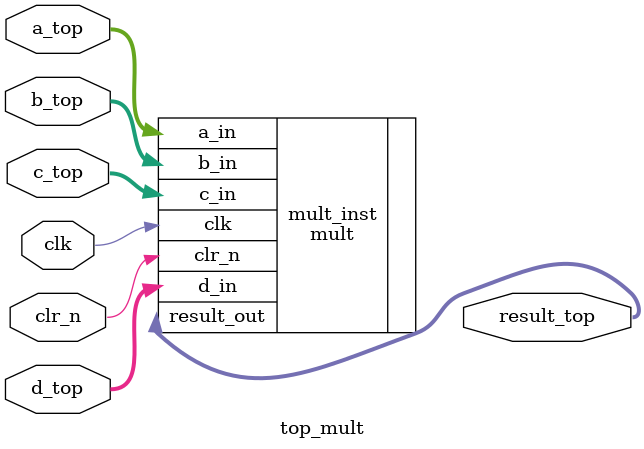
<source format=v>
/*******************************************************************************
* Copyright (C) 2018-2022 Intel Corporation
*
* This code and the related documents are Intel copyrighted materials, and 
* your use of them is governed by the express license under which they were 
* provided to you ("License"). Unless the License provides otherwise, you may 
* not use, modify, copy, publish, distribute, disclose or transmit this 
* code or the related documents without Intel's prior written permission.
*
* This code and the related documents are provided as is, with no express 
* or implied warranties, other than those that are expressly stated in the 
* License.
*
*******************************************************************************/

module top_mult (
	input [11:0] a_top, b_top, c_top, d_top,
	input clk, clr_n,
	output [47:0] result_top
);

//  This code uses a setting of 0 to indicate non-pipelined or non-zero to indicate
//         pipelined.  Feel free to change the logic if you implemented your pipeline
//         test differently.
mult #(.PIPELINE(0), .AWIDTH(12), .BWIDTH(12),
		.CWIDTH(12), .DWIDTH(12))
	mult_inst (.clk(clk), .clr_n(clr_n), 
		.a_in(a_top), .b_in(b_top),
		.c_in(c_top), .d_in(d_top),
		.result_out(result_top));
		
endmodule

</source>
